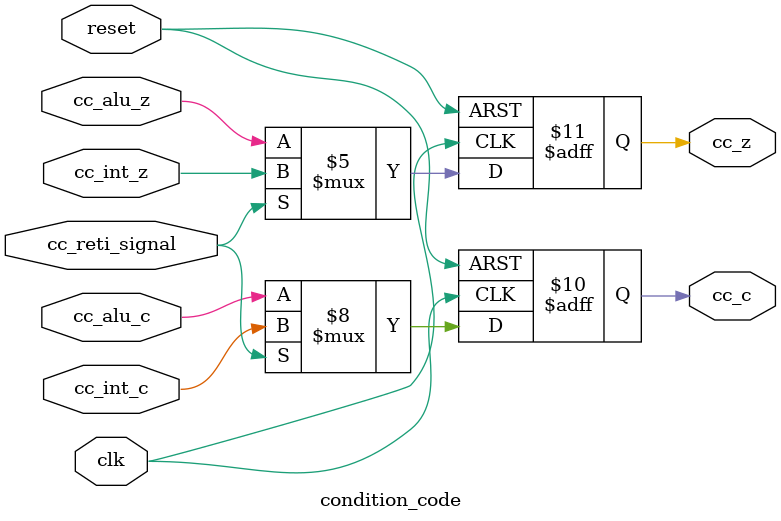
<source format=v>
`timescale 1ps/1ps
module condition_code (clk, reset, cc_alu_c, cc_alu_z, cc_int_c, cc_int_z, cc_c, cc_z, cc_reti_signal);


input							 clk;
input                    reset;
input                    cc_alu_c;
input                    cc_alu_z;
input                    cc_int_c;
input                    cc_int_z;
input                    cc_reti_signal;

output                   cc_c;
output                   cc_z;

reg                      cc_c;
reg                      cc_z;

always@(posedge clk or negedge reset)
begin
  if(reset != 1'b1 )
  begin
    cc_c <= 0;
    cc_z <= 0;
  end

  else if(cc_reti_signal == 1'b1 )//RETI
  begin
    cc_c <= cc_int_c;
    cc_z <= cc_int_z;
  end
  
  else
  begin
    cc_c <= cc_alu_c;
    cc_z <= cc_alu_z;
  end

end
endmodule

</source>
